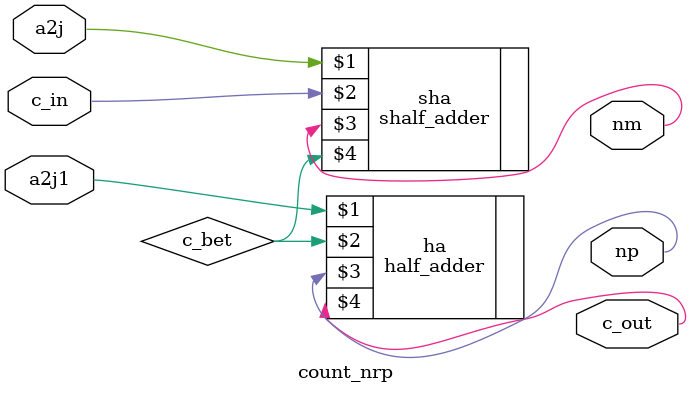
<source format=v>
module nr4sdp_encoder(a, nm, np, sign, one, two);
	
	input 	[7:0] a;	/* liczba wejsciowa */
	output 	[2:0] nm, np;	/* suma ujemna, suma dodatnia */
	output 	sign, one, two;	/* ostatnia para kodowana jest encoderem MB */
	
	wire c_bet1, c_bet2, c_bet3;
	
	count_nrp 	c_nrp1(a[0], a[1], 1'b0, nm[0], np[0], c_bet1);
	count_nrp 	c_nrp2(a[2], a[3], c_bet1, nm[1], np[1], c_bet2);
	count_nrp 	c_nrp3(a[4], a[5], c_bet2, nm[2], np[2], c_bet3);
	count_mb	c_mb(c_bet3, a[6], a[7], sign, one, two);
	
endmodule


module count_nrp(a2j, a2j1, c_in, nm, np, c_out);

	input a2j, a2j1, c_in;
	output nm, np, c_out;
	
	wire c_bet;		/* przeniesienie posrednie */
	
	shalf_adder sha(a2j, c_in, nm, c_bet);
	half_adder ha(a2j1, c_bet, np, c_out);

endmodule
</source>
